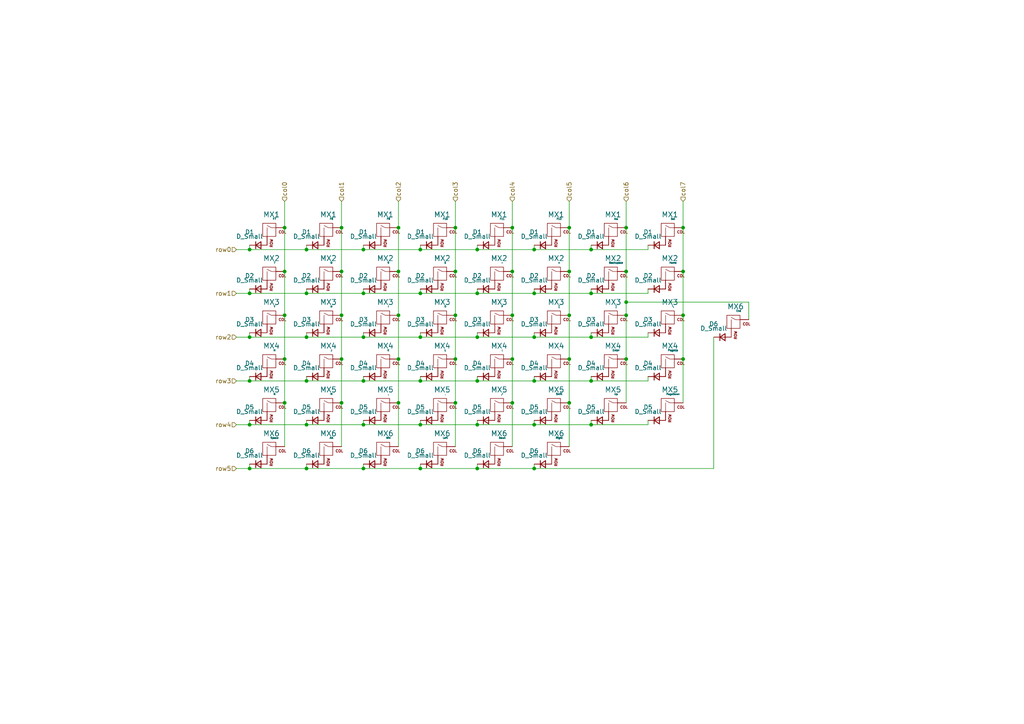
<source format=kicad_sch>
(kicad_sch (version 20230121) (generator eeschema)
  (paper "A4")
  (lib_symbols
    (symbol "Device:D_Small" (pin_numbers hide) (pin_names (offset 0.254) hide)
      (property "Reference" "D" (at -1.27 2.032 0))
      (property "Value" "D_Small" (at -3.81 -2.032 0))
      (symbol "D_Small_0_1"
        (polyline (pts (xy -0.762 -1.016) (xy -0.762 1.016)) (stroke (width 0.254)))
        (polyline (pts (xy -0.762 0) (xy 0.762 0)))
        (polyline (pts (xy 0.762 -1.016) (xy -0.762 0) (xy 0.762 1.016) (xy 0.762 -1.016)) (stroke (width 0.254)))
      )
      (symbol "D_Small_1_1"
        (pin passive line (at -2.54 0 0) (length 1.778) (name "K") (number "1"))
        (pin passive line (at 2.54 0 180) (length 1.778) (name "A") (number "2"))
      )
    )
    (symbol "MX_Alps_Hybrid:MX-NoLED" (pin_names (offset 1.016))
      (property "Reference" "MX" (at -0.635 3.81 0))
      (property "Value" "MX-NoLED" (at -0.635 1.27 0))
      (symbol "MX-NoLED_0_0"
        (rectangle (start -2.54 2.54) (end 1.27 -1.27))
        (polyline (pts (xy -1.27 -1.27) (xy -1.27 1.27)) (stroke (width 0.127)))
        (polyline (pts (xy 1.27 1.27) (xy 0 1.27) (xy -1.27 1.905)) (stroke (width 0.127)))
        (text "COL" (at 3.175 0 0) (effects (font (size 0.762 0.762))))
        (text "ROW" (at 0 -1.905 900) (effects (font (size 0.762 0.762)) (justify right)))
      )
      (symbol "MX-NoLED_1_1"
        (pin passive line (at 3.81 1.27 180) (length 2.54) (name "COL") (number "1"))
        (pin passive line (at -1.27 -3.81 90) (length 2.54) (name "ROW") (number "2"))
      )
    )
  )
  (junction (at 88.9 110.49))
  (junction (at 105.41 123.19))
  (junction (at 121.92 85.09))
  (junction (at 105.41 97.79))
  (junction (at 88.9 85.09))
  (junction (at 72.39 97.79))
  (junction (at 121.92 135.89))
  (junction (at 198.12 104.14))
  (junction (at 171.45 72.39))
  (junction (at 181.61 66.04))
  (junction (at 181.61 78.74))
  (junction (at 148.59 116.84))
  (junction (at 88.9 97.79))
  (junction (at 138.43 110.49))
  (junction (at 115.57 116.84))
  (junction (at 105.41 72.39))
  (junction (at 132.08 66.04))
  (junction (at 72.39 110.49))
  (junction (at 138.43 135.89))
  (junction (at 121.92 110.49))
  (junction (at 99.06 78.74))
  (junction (at 115.57 104.14))
  (junction (at 171.45 85.09))
  (junction (at 181.61 104.14))
  (junction (at 165.1 78.74))
  (junction (at 82.55 104.14))
  (junction (at 138.43 123.19))
  (junction (at 88.9 135.89))
  (junction (at 171.45 110.49))
  (junction (at 99.06 104.14))
  (junction (at 171.45 123.19))
  (junction (at 115.57 78.74))
  (junction (at 105.41 135.89))
  (junction (at 138.43 72.39))
  (junction (at 154.94 72.39))
  (junction (at 72.39 85.09))
  (junction (at 99.06 91.44))
  (junction (at 148.59 91.44))
  (junction (at 82.55 66.04))
  (junction (at 105.41 110.49))
  (junction (at 72.39 123.19))
  (junction (at 88.9 72.39))
  (junction (at 181.61 91.44))
  (junction (at 138.43 97.79))
  (junction (at 132.08 116.84))
  (junction (at 154.94 97.79))
  (junction (at 121.92 123.19))
  (junction (at 154.94 123.19))
  (junction (at 105.41 85.09))
  (junction (at 72.39 135.89))
  (junction (at 181.61 87.63))
  (junction (at 198.12 66.04))
  (junction (at 154.94 85.09))
  (junction (at 154.94 110.49))
  (junction (at 154.94 135.89))
  (junction (at 132.08 91.44))
  (junction (at 82.55 116.84))
  (junction (at 148.59 66.04))
  (junction (at 88.9 123.19))
  (junction (at 198.12 78.74))
  (junction (at 121.92 97.79))
  (junction (at 148.59 78.74))
  (junction (at 82.55 91.44))
  (junction (at 121.92 72.39))
  (junction (at 148.59 104.14))
  (junction (at 165.1 91.44))
  (junction (at 132.08 78.74))
  (junction (at 115.57 66.04))
  (junction (at 165.1 66.04))
  (junction (at 132.08 104.14))
  (junction (at 72.39 72.39))
  (junction (at 165.1 104.14))
  (junction (at 99.06 66.04))
  (junction (at 115.57 91.44))
  (junction (at 99.06 116.84))
  (junction (at 138.43 85.09))
  (junction (at 198.12 91.44))
  (junction (at 171.45 97.79))
  (junction (at 82.55 78.74))
  (junction (at 165.1 116.84))
  (wire (pts (xy 165.1 91.44) (xy 165.1 104.14)))
  (wire (pts (xy 88.9 109.22) (xy 88.9 110.49)))
  (wire (pts (xy 121.92 121.92) (xy 121.92 123.19)))
  (wire (pts (xy 181.61 58.42) (xy 181.61 66.04)))
  (wire (pts (xy 99.06 104.14) (xy 99.06 116.84)))
  (wire (pts (xy 99.06 91.44) (xy 99.06 104.14)))
  (wire (pts (xy 115.57 58.42) (xy 115.57 66.04)))
  (wire (pts (xy 105.41 71.12) (xy 105.41 72.39)))
  (wire (pts (xy 181.61 66.04) (xy 181.61 78.74)))
  (wire (pts (xy 82.55 66.04) (xy 82.55 78.74)))
  (wire (pts (xy 88.9 96.52) (xy 88.9 97.79)))
  (wire (pts (xy 82.55 58.42) (xy 82.55 66.04)))
  (wire (pts (xy 121.92 123.19) (xy 138.43 123.19)))
  (wire (pts (xy 115.57 66.04) (xy 115.57 78.74)))
  (wire (pts (xy 105.41 83.82) (xy 105.41 85.09)))
  (wire (pts (xy 72.39 135.89) (xy 88.9 135.89)))
  (wire (pts (xy 105.41 135.89) (xy 121.92 135.89)))
  (wire (pts (xy 187.96 83.82) (xy 187.96 85.09)))
  (wire (pts (xy 132.08 116.84) (xy 132.08 129.54)))
  (wire (pts (xy 148.59 116.84) (xy 148.59 129.54)))
  (wire (pts (xy 68.58 110.49) (xy 72.39 110.49)))
  (wire (pts (xy 132.08 58.42) (xy 132.08 66.04)))
  (wire (pts (xy 88.9 110.49) (xy 105.41 110.49)))
  (wire (pts (xy 68.58 123.19) (xy 72.39 123.19)))
  (wire (pts (xy 121.92 135.89) (xy 138.43 135.89)))
  (wire (pts (xy 105.41 110.49) (xy 121.92 110.49)))
  (wire (pts (xy 171.45 83.82) (xy 171.45 85.09)))
  (wire (pts (xy 154.94 83.82) (xy 154.94 85.09)))
  (wire (pts (xy 121.92 97.79) (xy 138.43 97.79)))
  (wire (pts (xy 72.39 96.52) (xy 72.39 97.79)))
  (wire (pts (xy 72.39 109.22) (xy 72.39 110.49)))
  (wire (pts (xy 165.1 66.04) (xy 165.1 78.74)))
  (wire (pts (xy 181.61 87.63) (xy 217.17 87.63)))
  (wire (pts (xy 181.61 91.44) (xy 181.61 104.14)))
  (wire (pts (xy 171.45 71.12) (xy 171.45 72.39)))
  (wire (pts (xy 154.94 121.92) (xy 154.94 123.19)))
  (wire (pts (xy 72.39 71.12) (xy 72.39 72.39)))
  (wire (pts (xy 187.96 109.22) (xy 187.96 110.49)))
  (wire (pts (xy 88.9 135.89) (xy 105.41 135.89)))
  (wire (pts (xy 154.94 72.39) (xy 171.45 72.39)))
  (wire (pts (xy 187.96 121.92) (xy 187.96 123.19)))
  (wire (pts (xy 187.96 71.12) (xy 187.96 72.39)))
  (wire (pts (xy 171.45 109.22) (xy 171.45 110.49)))
  (wire (pts (xy 154.94 97.79) (xy 171.45 97.79)))
  (wire (pts (xy 198.12 58.42) (xy 198.12 66.04)))
  (wire (pts (xy 171.45 123.19) (xy 187.96 123.19)))
  (wire (pts (xy 138.43 97.79) (xy 154.94 97.79)))
  (wire (pts (xy 181.61 104.14) (xy 181.61 116.84)))
  (wire (pts (xy 154.94 71.12) (xy 154.94 72.39)))
  (wire (pts (xy 105.41 96.52) (xy 105.41 97.79)))
  (wire (pts (xy 148.59 66.04) (xy 148.59 78.74)))
  (wire (pts (xy 99.06 78.74) (xy 99.06 91.44)))
  (wire (pts (xy 105.41 134.62) (xy 105.41 135.89)))
  (wire (pts (xy 115.57 78.74) (xy 115.57 91.44)))
  (wire (pts (xy 121.92 72.39) (xy 138.43 72.39)))
  (wire (pts (xy 198.12 104.14) (xy 198.12 116.84)))
  (wire (pts (xy 105.41 109.22) (xy 105.41 110.49)))
  (wire (pts (xy 217.17 87.63) (xy 217.17 92.71)))
  (wire (pts (xy 72.39 123.19) (xy 88.9 123.19)))
  (wire (pts (xy 132.08 91.44) (xy 132.08 104.14)))
  (wire (pts (xy 154.94 85.09) (xy 171.45 85.09)))
  (wire (pts (xy 72.39 97.79) (xy 88.9 97.79)))
  (wire (pts (xy 154.94 96.52) (xy 154.94 97.79)))
  (wire (pts (xy 198.12 78.74) (xy 198.12 91.44)))
  (wire (pts (xy 88.9 134.62) (xy 88.9 135.89)))
  (wire (pts (xy 88.9 85.09) (xy 105.41 85.09)))
  (wire (pts (xy 99.06 58.42) (xy 99.06 66.04)))
  (wire (pts (xy 138.43 72.39) (xy 154.94 72.39)))
  (wire (pts (xy 132.08 104.14) (xy 132.08 116.84)))
  (wire (pts (xy 115.57 116.84) (xy 115.57 129.54)))
  (wire (pts (xy 82.55 78.74) (xy 82.55 91.44)))
  (wire (pts (xy 72.39 72.39) (xy 88.9 72.39)))
  (wire (pts (xy 82.55 91.44) (xy 82.55 104.14)))
  (wire (pts (xy 207.01 97.79) (xy 207.01 135.89)))
  (wire (pts (xy 72.39 85.09) (xy 88.9 85.09)))
  (wire (pts (xy 148.59 104.14) (xy 148.59 116.84)))
  (wire (pts (xy 88.9 123.19) (xy 105.41 123.19)))
  (wire (pts (xy 88.9 121.92) (xy 88.9 123.19)))
  (wire (pts (xy 198.12 66.04) (xy 198.12 78.74)))
  (wire (pts (xy 68.58 97.79) (xy 72.39 97.79)))
  (wire (pts (xy 82.55 104.14) (xy 82.55 116.84)))
  (wire (pts (xy 88.9 71.12) (xy 88.9 72.39)))
  (wire (pts (xy 99.06 116.84) (xy 99.06 129.54)))
  (wire (pts (xy 138.43 71.12) (xy 138.43 72.39)))
  (wire (pts (xy 121.92 109.22) (xy 121.92 110.49)))
  (wire (pts (xy 88.9 72.39) (xy 105.41 72.39)))
  (wire (pts (xy 171.45 72.39) (xy 187.96 72.39)))
  (wire (pts (xy 171.45 96.52) (xy 171.45 97.79)))
  (wire (pts (xy 72.39 121.92) (xy 72.39 123.19)))
  (wire (pts (xy 181.61 78.74) (xy 181.61 87.63)))
  (wire (pts (xy 138.43 135.89) (xy 154.94 135.89)))
  (wire (pts (xy 68.58 135.89) (xy 72.39 135.89)))
  (wire (pts (xy 138.43 123.19) (xy 154.94 123.19)))
  (wire (pts (xy 165.1 104.14) (xy 165.1 116.84)))
  (wire (pts (xy 72.39 134.62) (xy 72.39 135.89)))
  (wire (pts (xy 121.92 85.09) (xy 138.43 85.09)))
  (wire (pts (xy 148.59 78.74) (xy 148.59 91.44)))
  (wire (pts (xy 154.94 123.19) (xy 171.45 123.19)))
  (wire (pts (xy 105.41 121.92) (xy 105.41 123.19)))
  (wire (pts (xy 171.45 97.79) (xy 187.96 97.79)))
  (wire (pts (xy 121.92 110.49) (xy 138.43 110.49)))
  (wire (pts (xy 138.43 83.82) (xy 138.43 85.09)))
  (wire (pts (xy 154.94 109.22) (xy 154.94 110.49)))
  (wire (pts (xy 115.57 91.44) (xy 115.57 104.14)))
  (wire (pts (xy 165.1 78.74) (xy 165.1 91.44)))
  (wire (pts (xy 68.58 85.09) (xy 72.39 85.09)))
  (wire (pts (xy 115.57 104.14) (xy 115.57 116.84)))
  (wire (pts (xy 105.41 72.39) (xy 121.92 72.39)))
  (wire (pts (xy 138.43 110.49) (xy 154.94 110.49)))
  (wire (pts (xy 181.61 87.63) (xy 181.61 91.44)))
  (wire (pts (xy 138.43 85.09) (xy 154.94 85.09)))
  (wire (pts (xy 154.94 134.62) (xy 154.94 135.89)))
  (wire (pts (xy 148.59 91.44) (xy 148.59 104.14)))
  (wire (pts (xy 68.58 72.39) (xy 72.39 72.39)))
  (wire (pts (xy 138.43 96.52) (xy 138.43 97.79)))
  (wire (pts (xy 154.94 110.49) (xy 171.45 110.49)))
  (wire (pts (xy 88.9 97.79) (xy 105.41 97.79)))
  (wire (pts (xy 72.39 83.82) (xy 72.39 85.09)))
  (wire (pts (xy 121.92 83.82) (xy 121.92 85.09)))
  (wire (pts (xy 72.39 110.49) (xy 88.9 110.49)))
  (wire (pts (xy 207.01 135.89) (xy 154.94 135.89)))
  (wire (pts (xy 165.1 116.84) (xy 165.1 129.54)))
  (wire (pts (xy 105.41 85.09) (xy 121.92 85.09)))
  (wire (pts (xy 138.43 121.92) (xy 138.43 123.19)))
  (wire (pts (xy 138.43 134.62) (xy 138.43 135.89)))
  (wire (pts (xy 165.1 58.42) (xy 165.1 66.04)))
  (wire (pts (xy 99.06 66.04) (xy 99.06 78.74)))
  (wire (pts (xy 121.92 134.62) (xy 121.92 135.89)))
  (wire (pts (xy 171.45 85.09) (xy 187.96 85.09)))
  (wire (pts (xy 171.45 110.49) (xy 187.96 110.49)))
  (wire (pts (xy 105.41 123.19) (xy 121.92 123.19)))
  (wire (pts (xy 82.55 116.84) (xy 82.55 129.54)))
  (wire (pts (xy 132.08 78.74) (xy 132.08 91.44)))
  (wire (pts (xy 198.12 91.44) (xy 198.12 104.14)))
  (wire (pts (xy 138.43 109.22) (xy 138.43 110.49)))
  (wire (pts (xy 121.92 71.12) (xy 121.92 72.39)))
  (wire (pts (xy 105.41 97.79) (xy 121.92 97.79)))
  (wire (pts (xy 187.96 96.52) (xy 187.96 97.79)))
  (wire (pts (xy 88.9 83.82) (xy 88.9 85.09)))
  (wire (pts (xy 132.08 66.04) (xy 132.08 78.74)))
  (wire (pts (xy 171.45 121.92) (xy 171.45 123.19)))
  (wire (pts (xy 121.92 96.52) (xy 121.92 97.79)))
  (wire (pts (xy 148.59 58.42) (xy 148.59 66.04)))
  (hierarchical_label "row3" (shape input) (at 68.58 110.49 180))
  (hierarchical_label "row1" (shape input) (at 68.58 85.09 180))
  (hierarchical_label "row2" (shape input) (at 68.58 97.79 180))
  (hierarchical_label "col1" (shape input) (at 99.06 58.42 90))
  (hierarchical_label "col6" (shape input) (at 181.61 58.42 90))
  (hierarchical_label "col0" (shape input) (at 82.55 58.42 90))
  (hierarchical_label "col7" (shape input) (at 198.12 58.42 90))
  (hierarchical_label "col5" (shape input) (at 165.1 58.42 90))
  (hierarchical_label "row0" (shape input) (at 68.58 72.39 180))
  (hierarchical_label "col2" (shape input) (at 115.57 58.42 90))
  (hierarchical_label "col4" (shape input) (at 148.59 58.42 90))
  (hierarchical_label "col3" (shape input) (at 132.08 58.42 90))
  (hierarchical_label "row5" (shape input) (at 68.58 135.89 180))
  (hierarchical_label "row4" (shape input) (at 68.58 123.19 180))
  (symbol (lib_id "Device:D_Small") (at 124.46 109.22 0) (unit 1)
    (property "Reference" "D4" (at 121.92 105.41 0))
    (property "Value" "D_Small" (at 121.92 106.68 0))
    (property "Footprint" "Diode_SMD:D_SOD-123" (effects hide))
    (property "Sim.Device" "D" (effects hide))
    (property "Sim.Pins" "1=K 2=A" (effects hide))
    (instances (project "split-kb" (path "" (reference "D4") (unit 1)) (path "" (reference "D83") (unit 1))))
  )
  (symbol (lib_id "Device:D_Small") (at 190.5 83.82 0) (unit 1)
    (property "Reference" "D2" (at 187.96 80.01 0))
    (property "Value" "D_Small" (at 187.96 81.28 0))
    (property "Footprint" "Diode_SMD:D_SOD-123" (effects hide))
    (property "Sim.Device" "D" (effects hide))
    (property "Sim.Pins" "1=K 2=A" (effects hide))
    (instances (project "split-kb" (path "" (reference "D2") (unit 1)) (path "" (reference "D104") (unit 1))))
  )
  (symbol (lib_id "Device:D_Small") (at 157.48 134.62 0) (unit 1)
    (property "Reference" "D6" (at 154.94 130.81 0))
    (property "Value" "D_Small" (at 154.94 132.08 0))
    (property "Footprint" "Diode_SMD:D_SOD-123" (effects hide))
    (property "Sim.Device" "D" (effects hide))
    (property "Sim.Pins" "1=K 2=A" (effects hide))
    (instances (project "split-kb" (path "" (reference "D6") (unit 1)) (path "" (reference "D97") (unit 1))))
  )
  (symbol (lib_id "Device:D_Small") (at 124.46 71.12 0) (unit 1)
    (property "Reference" "D1" (at 121.92 67.31 0))
    (property "Value" "D_Small" (at 121.92 68.58 0))
    (property "Footprint" "Diode_SMD:D_SOD-123" (effects hide))
    (property "Sim.Device" "D" (effects hide))
    (property "Sim.Pins" "1=K 2=A" (effects hide))
    (instances (project "split-kb" (path "" (reference "D1") (unit 1)) (path "" (reference "D80") (unit 1))))
  )
  (symbol (lib_id "MX_Alps_Hybrid:MX-NoLED") (at 111.76 130.81 0) (unit 1)
    (property "Reference" "MX6" (at 111.76 125.73 0) (effects (font (size 1.524 1.524))))
    (property "Value" "Win" (at 112.6432 127 0) (effects (font (size 0.508 0.508))))
    (property "Footprint" "custom-footprints:Custom_SW_Cherry_MX_1.25u_PCB" (effects hide))
    (instances (project "split-kb" (path "" (reference "MX6") (unit 1)) (path "" (reference "MX76") (unit 1))))
  )
  (symbol (lib_id "MX_Alps_Hybrid:MX-NoLED") (at 95.25 80.01 0) (unit 1)
    (property "Reference" "MX2" (at 95.25 74.93 0) (effects (font (size 1.524 1.524))))
    (property "Value" "8" (at 96.1332 76.2 0) (effects (font (size 0.508 0.508))))
    (property "Footprint" "custom-footprints:Custom_SW_Cherry_MX_1.00u_PCB" (effects hide))
    (instances (project "split-kb" (path "" (reference "MX2") (unit 1)) (path "" (reference "MX66") (unit 1))))
  )
  (symbol (lib_id "Device:D_Small") (at 140.97 83.82 0) (unit 1)
    (property "Reference" "D2" (at 138.43 80.01 0))
    (property "Value" "D_Small" (at 138.43 81.28 0))
    (property "Footprint" "Diode_SMD:D_SOD-123" (effects hide))
    (property "Sim.Device" "D" (effects hide))
    (property "Sim.Pins" "1=K 2=A" (effects hide))
    (instances (project "split-kb" (path "" (reference "D2") (unit 1)) (path "" (reference "D87") (unit 1))))
  )
  (symbol (lib_id "MX_Alps_Hybrid:MX-NoLED") (at 194.31 92.71 0) (unit 1)
    (property "Reference" "MX3" (at 194.31 87.63 0) (effects (font (size 1.524 1.524))))
    (property "Value" "\\" (at 195.1932 88.9 0) (effects (font (size 0.508 0.508))))
    (property "Footprint" "custom-footprints:Custom_SW_Cherry_MX_1.50u_PCB" (effects hide))
    (instances (project "split-kb" (path "" (reference "MX3") (unit 1)) (path "" (reference "MX102") (unit 1))))
  )
  (symbol (lib_id "MX_Alps_Hybrid:MX-NoLED") (at 95.25 130.81 0) (unit 1)
    (property "Reference" "MX6" (at 95.25 125.73 0) (effects (font (size 1.524 1.524))))
    (property "Value" "Alt" (at 96.1332 127 0) (effects (font (size 0.508 0.508))))
    (property "Footprint" "custom-footprints:Custom_SW_Cherry_MX_1.25u_PCB" (effects hide))
    (instances (project "split-kb" (path "" (reference "MX6") (unit 1)) (path "" (reference "MX70") (unit 1))))
  )
  (symbol (lib_id "MX_Alps_Hybrid:MX-NoLED") (at 95.25 105.41 0) (unit 1)
    (property "Reference" "MX4" (at 95.25 100.33 0) (effects (font (size 1.524 1.524))))
    (property "Value" "J" (at 96.1332 101.6 0) (effects (font (size 0.508 0.508))))
    (property "Footprint" "custom-footprints:Custom_SW_Cherry_MX_1.00u_PCB" (effects hide))
    (instances (project "split-kb" (path "" (reference "MX4") (unit 1)) (path "" (reference "MX68") (unit 1))))
  )
  (symbol (lib_id "MX_Alps_Hybrid:MX-NoLED") (at 144.78 118.11 0) (unit 1)
    (property "Reference" "MX5" (at 144.78 113.03 0) (effects (font (size 1.524 1.524))))
    (property "Value" "/" (at 145.6632 114.3 0) (effects (font (size 0.508 0.508))))
    (property "Footprint" "custom-footprints:Custom_SW_Cherry_MX_1.00u_PCB" (effects hide))
    (instances (project "split-kb" (path "" (reference "MX5") (unit 1)) (path "" (reference "MX87") (unit 1))))
  )
  (symbol (lib_id "MX_Alps_Hybrid:MX-NoLED") (at 111.76 118.11 0) (unit 1)
    (property "Reference" "MX5" (at 111.76 113.03 0) (effects (font (size 1.524 1.524))))
    (property "Value" "," (at 112.6432 114.3 0) (effects (font (size 0.508 0.508))))
    (property "Footprint" "custom-footprints:Custom_SW_Cherry_MX_1.00u_PCB" (effects hide))
    (instances (project "split-kb" (path "" (reference "MX5") (unit 1)) (path "" (reference "MX75") (unit 1))))
  )
  (symbol (lib_id "MX_Alps_Hybrid:MX-NoLED") (at 111.76 92.71 0) (unit 1)
    (property "Reference" "MX3" (at 111.76 87.63 0) (effects (font (size 1.524 1.524))))
    (property "Value" "I" (at 112.6432 88.9 0) (effects (font (size 0.508 0.508))))
    (property "Footprint" "custom-footprints:Custom_SW_Cherry_MX_1.00u_PCB" (effects hide))
    (instances (project "split-kb" (path "" (reference "MX3") (unit 1)) (path "" (reference "MX73") (unit 1))))
  )
  (symbol (lib_id "MX_Alps_Hybrid:MX-NoLED") (at 177.8 80.01 0) (unit 1)
    (property "Reference" "MX2" (at 177.8 74.93 0) (effects (font (size 1.524 1.524))))
    (property "Value" "Backspace" (at 178.6832 76.2 0) (effects (font (size 0.508 0.508))))
    (property "Footprint" "custom-footprints:Custom_SW_Cherry_MX_2.00u_PCB" (effects hide))
    (instances (project "split-kb" (path "" (reference "MX2") (unit 1)) (path "" (reference "MX96") (unit 1))))
  )
  (symbol (lib_id "Device:D_Small") (at 107.95 121.92 0) (unit 1)
    (property "Reference" "D5" (at 105.41 118.11 0))
    (property "Value" "D_Small" (at 105.41 119.38 0))
    (property "Footprint" "Diode_SMD:D_SOD-123" (effects hide))
    (property "Sim.Device" "D" (effects hide))
    (property "Sim.Pins" "1=K 2=A" (effects hide))
    (instances (project "split-kb" (path "" (reference "D5") (unit 1)) (path "" (reference "D78") (unit 1))))
  )
  (symbol (lib_id "MX_Alps_Hybrid:MX-NoLED") (at 78.74 118.11 0) (unit 1)
    (property "Reference" "MX5" (at 78.74 113.03 0) (effects (font (size 1.524 1.524))))
    (property "Value" "N" (at 79.6232 114.3 0) (effects (font (size 0.508 0.508))))
    (property "Footprint" "custom-footprints:Custom_SW_Cherry_MX_1.00u_PCB" (effects hide))
    (instances (project "split-kb" (path "" (reference "MX5") (unit 1)) (path "" (reference "MX63") (unit 1))))
  )
  (symbol (lib_id "MX_Alps_Hybrid:MX-NoLED") (at 128.27 105.41 0) (unit 1)
    (property "Reference" "MX4" (at 128.27 100.33 0) (effects (font (size 1.524 1.524))))
    (property "Value" "L" (at 129.1532 101.6 0) (effects (font (size 0.508 0.508))))
    (property "Footprint" "custom-footprints:Custom_SW_Cherry_MX_1.00u_PCB" (effects hide))
    (instances (project "split-kb" (path "" (reference "MX4") (unit 1)) (path "" (reference "MX80") (unit 1))))
  )
  (symbol (lib_id "MX_Alps_Hybrid:MX-NoLED") (at 194.31 80.01 0) (unit 1)
    (property "Reference" "MX2" (at 194.31 74.93 0) (effects (font (size 1.524 1.524))))
    (property "Value" "Home" (at 195.1932 76.2 0) (effects (font (size 0.508 0.508))))
    (property "Footprint" "custom-footprints:Custom_SW_Cherry_MX_1.00u_PCB" (effects hide))
    (instances (project "split-kb" (path "" (reference "MX2") (unit 1)) (path "" (reference "MX101") (unit 1))))
  )
  (symbol (lib_id "Device:D_Small") (at 107.95 134.62 0) (unit 1)
    (property "Reference" "D6" (at 105.41 130.81 0))
    (property "Value" "D_Small" (at 105.41 132.08 0))
    (property "Footprint" "Diode_SMD:D_SOD-123" (effects hide))
    (property "Sim.Device" "D" (effects hide))
    (property "Sim.Pins" "1=K 2=A" (effects hide))
    (instances (project "split-kb" (path "" (reference "D6") (unit 1)) (path "" (reference "D79") (unit 1))))
  )
  (symbol (lib_id "MX_Alps_Hybrid:MX-NoLED") (at 128.27 130.81 0) (unit 1)
    (property "Reference" "MX6" (at 128.27 125.73 0) (effects (font (size 1.524 1.524))))
    (property "Value" "Left" (at 129.1532 127 0) (effects (font (size 0.508 0.508))))
    (property "Footprint" "custom-footprints:Custom_SW_Cherry_MX_1.00u_PCB" (effects hide))
    (instances (project "split-kb" (path "" (reference "MX6") (unit 1)) (path "" (reference "MX82") (unit 1))))
  )
  (symbol (lib_id "MX_Alps_Hybrid:MX-NoLED") (at 144.78 92.71 0) (unit 1)
    (property "Reference" "MX3" (at 144.78 87.63 0) (effects (font (size 1.524 1.524))))
    (property "Value" "P" (at 145.6632 88.9 0) (effects (font (size 0.508 0.508))))
    (property "Footprint" "custom-footprints:Custom_SW_Cherry_MX_1.00u_PCB" (effects hide))
    (instances (project "split-kb" (path "" (reference "MX3") (unit 1)) (path "" (reference "MX85") (unit 1))))
  )
  (symbol (lib_id "MX_Alps_Hybrid:MX-NoLED") (at 177.8 118.11 0) (unit 1)
    (property "Reference" "MX5" (at 177.8 113.03 0) (effects (font (size 1.524 1.524))))
    (property "Value" "Up" (at 178.6832 114.3 0) (effects (font (size 0.508 0.508))))
    (property "Footprint" "custom-footprints:Custom_SW_Cherry_MX_1.00u_PCB" (effects hide))
    (instances (project "split-kb" (path "" (reference "MX5") (unit 1)) (path "" (reference "MX99") (unit 1))))
  )
  (symbol (lib_id "Device:D_Small") (at 173.99 109.22 0) (unit 1)
    (property "Reference" "D4" (at 171.45 105.41 0))
    (property "Value" "D_Small" (at 171.45 106.68 0))
    (property "Footprint" "Diode_SMD:D_SOD-123" (effects hide))
    (property "Sim.Device" "D" (effects hide))
    (property "Sim.Pins" "1=K 2=A" (effects hide))
    (instances (project "split-kb" (path "" (reference "D4") (unit 1)) (path "" (reference "D101") (unit 1))))
  )
  (symbol (lib_id "MX_Alps_Hybrid:MX-NoLED") (at 128.27 80.01 0) (unit 1)
    (property "Reference" "MX2" (at 128.27 74.93 0) (effects (font (size 1.524 1.524))))
    (property "Value" "0" (at 129.1532 76.2 0) (effects (font (size 0.508 0.508))))
    (property "Footprint" "custom-footprints:Custom_SW_Cherry_MX_1.00u_PCB" (effects hide))
    (instances (project "split-kb" (path "" (reference "MX2") (unit 1)) (path "" (reference "MX78") (unit 1))))
  )
  (symbol (lib_id "Device:D_Small") (at 91.44 71.12 0) (unit 1)
    (property "Reference" "D1" (at 88.9 67.31 0))
    (property "Value" "D_Small" (at 88.9 68.58 0))
    (property "Footprint" "Diode_SMD:D_SOD-123" (effects hide))
    (property "Sim.Device" "D" (effects hide))
    (property "Sim.Pins" "1=K 2=A" (effects hide))
    (instances (project "split-kb" (path "" (reference "D1") (unit 1)) (path "" (reference "D68") (unit 1))))
  )
  (symbol (lib_id "Device:D_Small") (at 91.44 96.52 0) (unit 1)
    (property "Reference" "D3" (at 88.9 92.71 0))
    (property "Value" "D_Small" (at 88.9 93.98 0))
    (property "Footprint" "Diode_SMD:D_SOD-123" (effects hide))
    (property "Sim.Device" "D" (effects hide))
    (property "Sim.Pins" "1=K 2=A" (effects hide))
    (instances (project "split-kb" (path "" (reference "D3") (unit 1)) (path "" (reference "D70") (unit 1))))
  )
  (symbol (lib_id "MX_Alps_Hybrid:MX-NoLED") (at 144.78 105.41 0) (unit 1)
    (property "Reference" "MX4" (at 144.78 100.33 0) (effects (font (size 1.524 1.524))))
    (property "Value" ";" (at 145.6632 101.6 0) (effects (font (size 0.508 0.508))))
    (property "Footprint" "custom-footprints:Custom_SW_Cherry_MX_1.00u_PCB" (effects hide))
    (instances (project "split-kb" (path "" (reference "MX4") (unit 1)) (path "" (reference "MX86") (unit 1))))
  )
  (symbol (lib_id "Device:D_Small") (at 107.95 83.82 0) (unit 1)
    (property "Reference" "D2" (at 105.41 80.01 0))
    (property "Value" "D_Small" (at 105.41 81.28 0))
    (property "Footprint" "Diode_SMD:D_SOD-123" (effects hide))
    (property "Sim.Device" "D" (effects hide))
    (property "Sim.Pins" "1=K 2=A" (effects hide))
    (instances (project "split-kb" (path "" (reference "D2") (unit 1)) (path "" (reference "D75") (unit 1))))
  )
  (symbol (lib_id "Device:D_Small") (at 173.99 121.92 0) (unit 1)
    (property "Reference" "D5" (at 171.45 118.11 0))
    (property "Value" "D_Small" (at 171.45 119.38 0))
    (property "Footprint" "Diode_SMD:D_SOD-123" (effects hide))
    (property "Sim.Device" "D" (effects hide))
    (property "Sim.Pins" "1=K 2=A" (effects hide))
    (instances (project "split-kb" (path "" (reference "D5") (unit 1)) (path "" (reference "D102") (unit 1))))
  )
  (symbol (lib_id "MX_Alps_Hybrid:MX-NoLED") (at 111.76 67.31 0) (unit 1)
    (property "Reference" "MX1" (at 111.76 62.23 0) (effects (font (size 1.524 1.524))))
    (property "Value" "F9" (at 112.6432 63.5 0) (effects (font (size 0.508 0.508))))
    (property "Footprint" "custom-footprints:Custom_SW_Cherry_MX_1.00u_PCB" (effects hide))
    (instances (project "split-kb" (path "" (reference "MX1") (unit 1)) (path "" (reference "MX71") (unit 1))))
  )
  (symbol (lib_id "MX_Alps_Hybrid:MX-NoLED") (at 161.29 80.01 0) (unit 1)
    (property "Reference" "MX2" (at 161.29 74.93 0) (effects (font (size 1.524 1.524))))
    (property "Value" "=" (at 162.1732 76.2 0) (effects (font (size 0.508 0.508))))
    (property "Footprint" "custom-footprints:Custom_SW_Cherry_MX_1.00u_PCB" (effects hide))
    (instances (project "split-kb" (path "" (reference "MX2") (unit 1)) (path "" (reference "MX90") (unit 1))))
  )
  (symbol (lib_id "MX_Alps_Hybrid:MX-NoLED") (at 161.29 67.31 0) (unit 1)
    (property "Reference" "MX1" (at 161.29 62.23 0) (effects (font (size 1.524 1.524))))
    (property "Value" "F12" (at 162.1732 63.5 0) (effects (font (size 0.508 0.508))))
    (property "Footprint" "custom-footprints:Custom_SW_Cherry_MX_1.00u_PCB" (effects hide))
    (instances (project "split-kb" (path "" (reference "MX1") (unit 1)) (path "" (reference "MX89") (unit 1))))
  )
  (symbol (lib_id "MX_Alps_Hybrid:MX-NoLED") (at 161.29 105.41 0) (unit 1)
    (property "Reference" "MX4" (at 161.29 100.33 0) (effects (font (size 1.524 1.524))))
    (property "Value" "'" (at 162.1732 101.6 0) (effects (font (size 0.508 0.508))))
    (property "Footprint" "custom-footprints:Custom_SW_Cherry_MX_1.00u_PCB" (effects hide))
    (instances (project "split-kb" (path "" (reference "MX4") (unit 1)) (path "" (reference "MX92") (unit 1))))
  )
  (symbol (lib_id "Device:D_Small") (at 124.46 83.82 0) (unit 1)
    (property "Reference" "D2" (at 121.92 80.01 0))
    (property "Value" "D_Small" (at 121.92 81.28 0))
    (property "Footprint" "Diode_SMD:D_SOD-123" (effects hide))
    (property "Sim.Device" "D" (effects hide))
    (property "Sim.Pins" "1=K 2=A" (effects hide))
    (instances (project "split-kb" (path "" (reference "D2") (unit 1)) (path "" (reference "D81") (unit 1))))
  )
  (symbol (lib_id "MX_Alps_Hybrid:MX-NoLED") (at 111.76 105.41 0) (unit 1)
    (property "Reference" "MX4" (at 111.76 100.33 0) (effects (font (size 1.524 1.524))))
    (property "Value" "K" (at 112.6432 101.6 0) (effects (font (size 0.508 0.508))))
    (property "Footprint" "custom-footprints:Custom_SW_Cherry_MX_1.00u_PCB" (effects hide))
    (instances (project "split-kb" (path "" (reference "MX4") (unit 1)) (path "" (reference "MX74") (unit 1))))
  )
  (symbol (lib_id "Device:D_Small") (at 190.5 121.92 0) (unit 1)
    (property "Reference" "D5" (at 187.96 118.11 0))
    (property "Value" "D_Small" (at 187.96 119.38 0))
    (property "Footprint" "Diode_SMD:D_SOD-123" (effects hide))
    (property "Sim.Device" "D" (effects hide))
    (property "Sim.Pins" "1=K 2=A" (effects hide))
    (instances (project "split-kb" (path "" (reference "D5") (unit 1)) (path "" (reference "D107") (unit 1))))
  )
  (symbol (lib_id "Device:D_Small") (at 157.48 109.22 0) (unit 1)
    (property "Reference" "D4" (at 154.94 105.41 0))
    (property "Value" "D_Small" (at 154.94 106.68 0))
    (property "Footprint" "Diode_SMD:D_SOD-123" (effects hide))
    (property "Sim.Device" "D" (effects hide))
    (property "Sim.Pins" "1=K 2=A" (effects hide))
    (instances (project "split-kb" (path "" (reference "D4") (unit 1)) (path "" (reference "D95") (unit 1))))
  )
  (symbol (lib_id "Device:D_Small") (at 190.5 96.52 0) (unit 1)
    (property "Reference" "D3" (at 187.96 92.71 0))
    (property "Value" "D_Small" (at 187.96 93.98 0))
    (property "Footprint" "Diode_SMD:D_SOD-123" (effects hide))
    (property "Sim.Device" "D" (effects hide))
    (property "Sim.Pins" "1=K 2=A" (effects hide))
    (instances (project "split-kb" (path "" (reference "D3") (unit 1)) (path "" (reference "D105") (unit 1))))
  )
  (symbol (lib_id "Device:D_Small") (at 173.99 71.12 0) (unit 1)
    (property "Reference" "D1" (at 171.45 67.31 0))
    (property "Value" "D_Small" (at 171.45 68.58 0))
    (property "Footprint" "Diode_SMD:D_SOD-123" (effects hide))
    (property "Sim.Device" "D" (effects hide))
    (property "Sim.Pins" "1=K 2=A" (effects hide))
    (instances (project "split-kb" (path "" (reference "D1") (unit 1)) (path "" (reference "D98") (unit 1))))
  )
  (symbol (lib_id "MX_Alps_Hybrid:MX-NoLED") (at 161.29 118.11 0) (unit 1)
    (property "Reference" "MX5" (at 161.29 113.03 0) (effects (font (size 1.524 1.524))))
    (property "Value" "Shift" (at 162.1732 114.3 0) (effects (font (size 0.508 0.508))))
    (property "Footprint" "custom-footprints:Custom_SW_Cherry_MX_1.75u_PCB" (effects hide))
    (instances (project "split-kb" (path "" (reference "MX5") (unit 1)) (path "" (reference "MX93") (unit 1))))
  )
  (symbol (lib_id "Device:D_Small") (at 74.93 71.12 0) (unit 1)
    (property "Reference" "D1" (at 72.39 67.31 0))
    (property "Value" "D_Small" (at 72.39 68.58 0))
    (property "Footprint" "Diode_SMD:D_SOD-123" (effects hide))
    (property "Sim.Device" "D" (effects hide))
    (property "Sim.Pins" "1=K 2=A" (effects hide))
    (instances (project "split-kb" (path "" (reference "D1") (unit 1)) (path "" (reference "D62") (unit 1))))
  )
  (symbol (lib_id "Device:D_Small") (at 209.55 97.79 0) (unit 1)
    (property "Reference" "D6" (at 207.01 93.98 0))
    (property "Value" "D_Small" (at 207.01 95.25 0))
    (property "Footprint" "Diode_SMD:D_SOD-123" (effects hide))
    (property "Sim.Device" "D" (effects hide))
    (property "Sim.Pins" "1=K 2=A" (effects hide))
    (instances (project "split-kb" (path "" (reference "D6") (unit 1)) (path "" (reference "D108") (unit 1))))
  )
  (symbol (lib_id "Device:D_Small") (at 140.97 109.22 0) (unit 1)
    (property "Reference" "D4" (at 138.43 105.41 0))
    (property "Value" "D_Small" (at 138.43 106.68 0))
    (property "Footprint" "Diode_SMD:D_SOD-123" (effects hide))
    (property "Sim.Device" "D" (effects hide))
    (property "Sim.Pins" "1=K 2=A" (effects hide))
    (instances (project "split-kb" (path "" (reference "D4") (unit 1)) (path "" (reference "D89") (unit 1))))
  )
  (symbol (lib_id "MX_Alps_Hybrid:MX-NoLED") (at 194.31 118.11 0) (unit 1)
    (property "Reference" "MX5" (at 194.31 113.03 0) (effects (font (size 1.524 1.524))))
    (property "Value" "PageDown" (at 195.1932 114.3 0) (effects (font (size 0.508 0.508))))
    (property "Footprint" "custom-footprints:Custom_SW_Cherry_MX_1.00u_PCB" (effects hide))
    (instances (project "split-kb" (path "" (reference "MX5") (unit 1)) (path "" (reference "MX104") (unit 1))))
  )
  (symbol (lib_id "Device:D_Small") (at 140.97 71.12 0) (unit 1)
    (property "Reference" "D1" (at 138.43 67.31 0))
    (property "Value" "D_Small" (at 138.43 68.58 0))
    (property "Footprint" "Diode_SMD:D_SOD-123" (effects hide))
    (property "Sim.Device" "D" (effects hide))
    (property "Sim.Pins" "1=K 2=A" (effects hide))
    (instances (project "split-kb" (path "" (reference "D1") (unit 1)) (path "" (reference "D86") (unit 1))))
  )
  (symbol (lib_id "Device:D_Small") (at 157.48 96.52 0) (unit 1)
    (property "Reference" "D3" (at 154.94 92.71 0))
    (property "Value" "D_Small" (at 154.94 93.98 0))
    (property "Footprint" "Diode_SMD:D_SOD-123" (effects hide))
    (property "Sim.Device" "D" (effects hide))
    (property "Sim.Pins" "1=K 2=A" (effects hide))
    (instances (project "split-kb" (path "" (reference "D3") (unit 1)) (path "" (reference "D94") (unit 1))))
  )
  (symbol (lib_id "Device:D_Small") (at 74.93 96.52 0) (unit 1)
    (property "Reference" "D3" (at 72.39 92.71 0))
    (property "Value" "D_Small" (at 72.39 93.98 0))
    (property "Footprint" "Diode_SMD:D_SOD-123" (effects hide))
    (property "Sim.Device" "D" (effects hide))
    (property "Sim.Pins" "1=K 2=A" (effects hide))
    (instances (project "split-kb" (path "" (reference "D3") (unit 1)) (path "" (reference "D64") (unit 1))))
  )
  (symbol (lib_id "Device:D_Small") (at 74.93 134.62 0) (unit 1)
    (property "Reference" "D6" (at 72.39 130.81 0))
    (property "Value" "D_Small" (at 72.39 132.08 0))
    (property "Footprint" "Diode_SMD:D_SOD-123" (effects hide))
    (property "Sim.Device" "D" (effects hide))
    (property "Sim.Pins" "1=K 2=A" (effects hide))
    (instances (project "split-kb" (path "" (reference "D6") (unit 1)) (path "" (reference "D67") (unit 1))))
  )
  (symbol (lib_id "MX_Alps_Hybrid:MX-NoLED") (at 144.78 80.01 0) (unit 1)
    (property "Reference" "MX2" (at 144.78 74.93 0) (effects (font (size 1.524 1.524))))
    (property "Value" "-" (at 145.6632 76.2 0) (effects (font (size 0.508 0.508))))
    (property "Footprint" "custom-footprints:Custom_SW_Cherry_MX_1.00u_PCB" (effects hide))
    (instances (project "split-kb" (path "" (reference "MX2") (unit 1)) (path "" (reference "MX84") (unit 1))))
  )
  (symbol (lib_id "MX_Alps_Hybrid:MX-NoLED") (at 144.78 67.31 0) (unit 1)
    (property "Reference" "MX1" (at 144.78 62.23 0) (effects (font (size 1.524 1.524))))
    (property "Value" "F11" (at 145.6632 63.5 0) (effects (font (size 0.508 0.508))))
    (property "Footprint" "custom-footprints:Custom_SW_Cherry_MX_1.00u_PCB" (effects hide))
    (instances (project "split-kb" (path "" (reference "MX1") (unit 1)) (path "" (reference "MX83") (unit 1))))
  )
  (symbol (lib_id "Device:D_Small") (at 107.95 109.22 0) (unit 1)
    (property "Reference" "D4" (at 105.41 105.41 0))
    (property "Value" "D_Small" (at 105.41 106.68 0))
    (property "Footprint" "Diode_SMD:D_SOD-123" (effects hide))
    (property "Sim.Device" "D" (effects hide))
    (property "Sim.Pins" "1=K 2=A" (effects hide))
    (instances (project "split-kb" (path "" (reference "D4") (unit 1)) (path "" (reference "D77") (unit 1))))
  )
  (symbol (lib_id "Device:D_Small") (at 107.95 71.12 0) (unit 1)
    (property "Reference" "D1" (at 105.41 67.31 0))
    (property "Value" "D_Small" (at 105.41 68.58 0))
    (property "Footprint" "Diode_SMD:D_SOD-123" (effects hide))
    (property "Sim.Device" "D" (effects hide))
    (property "Sim.Pins" "1=K 2=A" (effects hide))
    (instances (project "split-kb" (path "" (reference "D1") (unit 1)) (path "" (reference "D74") (unit 1))))
  )
  (symbol (lib_id "MX_Alps_Hybrid:MX-NoLED") (at 161.29 92.71 0) (unit 1)
    (property "Reference" "MX3" (at 161.29 87.63 0) (effects (font (size 1.524 1.524))))
    (property "Value" "[" (at 162.1732 88.9 0) (effects (font (size 0.508 0.508))))
    (property "Footprint" "custom-footprints:Custom_SW_Cherry_MX_1.00u_PCB" (effects hide))
    (instances (project "split-kb" (path "" (reference "MX3") (unit 1)) (path "" (reference "MX91") (unit 1))))
  )
  (symbol (lib_id "MX_Alps_Hybrid:MX-NoLED") (at 128.27 92.71 0) (unit 1)
    (property "Reference" "MX3" (at 128.27 87.63 0) (effects (font (size 1.524 1.524))))
    (property "Value" "O" (at 129.1532 88.9 0) (effects (font (size 0.508 0.508))))
    (property "Footprint" "custom-footprints:Custom_SW_Cherry_MX_1.00u_PCB" (effects hide))
    (instances (project "split-kb" (path "" (reference "MX3") (unit 1)) (path "" (reference "MX79") (unit 1))))
  )
  (symbol (lib_id "MX_Alps_Hybrid:MX-NoLED") (at 95.25 118.11 0) (unit 1)
    (property "Reference" "MX5" (at 95.25 113.03 0) (effects (font (size 1.524 1.524))))
    (property "Value" "M" (at 96.1332 114.3 0) (effects (font (size 0.508 0.508))))
    (property "Footprint" "custom-footprints:Custom_SW_Cherry_MX_1.00u_PCB" (effects hide))
    (instances (project "split-kb" (path "" (reference "MX5") (unit 1)) (path "" (reference "MX69") (unit 1))))
  )
  (symbol (lib_id "MX_Alps_Hybrid:MX-NoLED") (at 144.78 130.81 0) (unit 1)
    (property "Reference" "MX6" (at 144.78 125.73 0) (effects (font (size 1.524 1.524))))
    (property "Value" "Down" (at 145.6632 127 0) (effects (font (size 0.508 0.508))))
    (property "Footprint" "custom-footprints:Custom_SW_Cherry_MX_1.00u_PCB" (effects hide))
    (instances (project "split-kb" (path "" (reference "MX6") (unit 1)) (path "" (reference "MX88") (unit 1))))
  )
  (symbol (lib_id "MX_Alps_Hybrid:MX-NoLED") (at 177.8 105.41 0) (unit 1)
    (property "Reference" "MX4" (at 177.8 100.33 0) (effects (font (size 1.524 1.524))))
    (property "Value" "Enter" (at 178.6832 101.6 0) (effects (font (size 0.508 0.508))))
    (property "Footprint" "custom-footprints:Custom_SW_Cherry_MX_2.25u_PCB" (effects hide))
    (instances (project "split-kb" (path "" (reference "MX4") (unit 1)) (path "" (reference "MX98") (unit 1))))
  )
  (symbol (lib_id "MX_Alps_Hybrid:MX-NoLED") (at 194.31 105.41 0) (unit 1)
    (property "Reference" "MX4" (at 194.31 100.33 0) (effects (font (size 1.524 1.524))))
    (property "Value" "PageUp" (at 195.1932 101.6 0) (effects (font (size 0.508 0.508))))
    (property "Footprint" "custom-footprints:Custom_SW_Cherry_MX_1.00u_PCB" (effects hide))
    (instances (project "split-kb" (path "" (reference "MX4") (unit 1)) (path "" (reference "MX103") (unit 1))))
  )
  (symbol (lib_id "Device:D_Small") (at 124.46 96.52 0) (unit 1)
    (property "Reference" "D3" (at 121.92 92.71 0))
    (property "Value" "D_Small" (at 121.92 93.98 0))
    (property "Footprint" "Diode_SMD:D_SOD-123" (effects hide))
    (property "Sim.Device" "D" (effects hide))
    (property "Sim.Pins" "1=K 2=A" (effects hide))
    (instances (project "split-kb" (path "" (reference "D3") (unit 1)) (path "" (reference "D82") (unit 1))))
  )
  (symbol (lib_id "MX_Alps_Hybrid:MX-NoLED") (at 78.74 80.01 0) (unit 1)
    (property "Reference" "MX2" (at 78.74 74.93 0) (effects (font (size 1.524 1.524))))
    (property "Value" "7" (at 79.6232 76.2 0) (effects (font (size 0.508 0.508))))
    (property "Footprint" "custom-footprints:Custom_SW_Cherry_MX_1.00u_PCB" (effects hide))
    (instances (project "split-kb" (path "" (reference "MX2") (unit 1)) (path "" (reference "MX60") (unit 1))))
  )
  (symbol (lib_id "Device:D_Small") (at 124.46 134.62 0) (unit 1)
    (property "Reference" "D6" (at 121.92 130.81 0))
    (property "Value" "D_Small" (at 121.92 132.08 0))
    (property "Footprint" "Diode_SMD:D_SOD-123" (effects hide))
    (property "Sim.Device" "D" (effects hide))
    (property "Sim.Pins" "1=K 2=A" (effects hide))
    (instances (project "split-kb" (path "" (reference "D6") (unit 1)) (path "" (reference "D85") (unit 1))))
  )
  (symbol (lib_id "Device:D_Small") (at 74.93 109.22 0) (unit 1)
    (property "Reference" "D4" (at 72.39 105.41 0))
    (property "Value" "D_Small" (at 72.39 106.68 0))
    (property "Footprint" "Diode_SMD:D_SOD-123" (effects hide))
    (property "Sim.Device" "D" (effects hide))
    (property "Sim.Pins" "1=K 2=A" (effects hide))
    (instances (project "split-kb" (path "" (reference "D4") (unit 1)) (path "" (reference "D65") (unit 1))))
  )
  (symbol (lib_id "Device:D_Small") (at 190.5 71.12 0) (unit 1)
    (property "Reference" "D1" (at 187.96 67.31 0))
    (property "Value" "D_Small" (at 187.96 68.58 0))
    (property "Footprint" "Diode_SMD:D_SOD-123" (effects hide))
    (property "Sim.Device" "D" (effects hide))
    (property "Sim.Pins" "1=K 2=A" (effects hide))
    (instances (project "split-kb" (path "" (reference "D1") (unit 1)) (path "" (reference "D103") (unit 1))))
  )
  (symbol (lib_id "MX_Alps_Hybrid:MX-NoLED") (at 161.29 130.81 0) (unit 1)
    (property "Reference" "MX6" (at 161.29 125.73 0) (effects (font (size 1.524 1.524))))
    (property "Value" "Right" (at 162.1732 127 0) (effects (font (size 0.508 0.508))))
    (property "Footprint" "custom-footprints:Custom_SW_Cherry_MX_1.00u_PCB" (effects hide))
    (instances (project "split-kb" (path "" (reference "MX6") (unit 1)) (path "" (reference "MX94") (unit 1))))
  )
  (symbol (lib_id "Device:D_Small") (at 140.97 134.62 0) (unit 1)
    (property "Reference" "D6" (at 138.43 130.81 0))
    (property "Value" "D_Small" (at 138.43 132.08 0))
    (property "Footprint" "Diode_SMD:D_SOD-123" (effects hide))
    (property "Sim.Device" "D" (effects hide))
    (property "Sim.Pins" "1=K 2=A" (effects hide))
    (instances (project "split-kb" (path "" (reference "D6") (unit 1)) (path "" (reference "D91") (unit 1))))
  )
  (symbol (lib_id "MX_Alps_Hybrid:MX-NoLED") (at 128.27 118.11 0) (unit 1)
    (property "Reference" "MX5" (at 128.27 113.03 0) (effects (font (size 1.524 1.524))))
    (property "Value" "." (at 129.1532 114.3 0) (effects (font (size 0.508 0.508))))
    (property "Footprint" "custom-footprints:Custom_SW_Cherry_MX_1.00u_PCB" (effects hide))
    (instances (project "split-kb" (path "" (reference "MX5") (unit 1)) (path "" (reference "MX81") (unit 1))))
  )
  (symbol (lib_id "Device:D_Small") (at 157.48 121.92 0) (unit 1)
    (property "Reference" "D5" (at 154.94 118.11 0))
    (property "Value" "D_Small" (at 154.94 119.38 0))
    (property "Footprint" "Diode_SMD:D_SOD-123" (effects hide))
    (property "Sim.Device" "D" (effects hide))
    (property "Sim.Pins" "1=K 2=A" (effects hide))
    (instances (project "split-kb" (path "" (reference "D5") (unit 1)) (path "" (reference "D96") (unit 1))))
  )
  (symbol (lib_id "Device:D_Small") (at 91.44 121.92 0) (unit 1)
    (property "Reference" "D5" (at 88.9 118.11 0))
    (property "Value" "D_Small" (at 88.9 119.38 0))
    (property "Footprint" "Diode_SMD:D_SOD-123" (effects hide))
    (property "Sim.Device" "D" (effects hide))
    (property "Sim.Pins" "1=K 2=A" (effects hide))
    (instances (project "split-kb" (path "" (reference "D5") (unit 1)) (path "" (reference "D72") (unit 1))))
  )
  (symbol (lib_id "Device:D_Small") (at 74.93 83.82 0) (unit 1)
    (property "Reference" "D2" (at 72.39 80.01 0))
    (property "Value" "D_Small" (at 72.39 81.28 0))
    (property "Footprint" "Diode_SMD:D_SOD-123" (effects hide))
    (property "Sim.Device" "D" (effects hide))
    (property "Sim.Pins" "1=K 2=A" (effects hide))
    (instances (project "split-kb" (path "" (reference "D2") (unit 1)) (path "" (reference "D63") (unit 1))))
  )
  (symbol (lib_id "MX_Alps_Hybrid:MX-NoLED") (at 213.36 93.98 0) (unit 1)
    (property "Reference" "MX6" (at 213.36 88.9 0) (effects (font (size 1.524 1.524))))
    (property "Value" "End" (at 214.2432 90.17 0) (effects (font (size 0.508 0.508))))
    (property "Footprint" "custom-footprints:Custom_SW_Cherry_MX_1.00u_PCB" (effects hide))
    (instances (project "split-kb" (path "" (reference "MX6") (unit 1)) (path "" (reference "MX105") (unit 1))))
  )
  (symbol (lib_id "MX_Alps_Hybrid:MX-NoLED") (at 78.74 92.71 0) (unit 1)
    (property "Reference" "MX3" (at 78.74 87.63 0) (effects (font (size 1.524 1.524))))
    (property "Value" "Y" (at 79.6232 88.9 0) (effects (font (size 0.508 0.508))))
    (property "Footprint" "custom-footprints:Custom_SW_Cherry_MX_1.00u_PCB" (effects hide))
    (instances (project "split-kb" (path "" (reference "MX3") (unit 1)) (path "" (reference "MX61") (unit 1))))
  )
  (symbol (lib_id "Device:D_Small") (at 157.48 83.82 0) (unit 1)
    (property "Reference" "D2" (at 154.94 80.01 0))
    (property "Value" "D_Small" (at 154.94 81.28 0))
    (property "Footprint" "Diode_SMD:D_SOD-123" (effects hide))
    (property "Sim.Device" "D" (effects hide))
    (property "Sim.Pins" "1=K 2=A" (effects hide))
    (instances (project "split-kb" (path "" (reference "D2") (unit 1)) (path "" (reference "D93") (unit 1))))
  )
  (symbol (lib_id "Device:D_Small") (at 173.99 96.52 0) (unit 1)
    (property "Reference" "D3" (at 171.45 92.71 0))
    (property "Value" "D_Small" (at 171.45 93.98 0))
    (property "Footprint" "Diode_SMD:D_SOD-123" (effects hide))
    (property "Sim.Device" "D" (effects hide))
    (property "Sim.Pins" "1=K 2=A" (effects hide))
    (instances (project "split-kb" (path "" (reference "D3") (unit 1)) (path "" (reference "D100") (unit 1))))
  )
  (symbol (lib_id "Device:D_Small") (at 107.95 96.52 0) (unit 1)
    (property "Reference" "D3" (at 105.41 92.71 0))
    (property "Value" "D_Small" (at 105.41 93.98 0))
    (property "Footprint" "Diode_SMD:D_SOD-123" (effects hide))
    (property "Sim.Device" "D" (effects hide))
    (property "Sim.Pins" "1=K 2=A" (effects hide))
    (instances (project "split-kb" (path "" (reference "D3") (unit 1)) (path "" (reference "D76") (unit 1))))
  )
  (symbol (lib_id "MX_Alps_Hybrid:MX-NoLED") (at 111.76 80.01 0) (unit 1)
    (property "Reference" "MX2" (at 111.76 74.93 0) (effects (font (size 1.524 1.524))))
    (property "Value" "9" (at 112.6432 76.2 0) (effects (font (size 0.508 0.508))))
    (property "Footprint" "custom-footprints:Custom_SW_Cherry_MX_1.00u_PCB" (effects hide))
    (instances (project "split-kb" (path "" (reference "MX2") (unit 1)) (path "" (reference "MX72") (unit 1))))
  )
  (symbol (lib_id "MX_Alps_Hybrid:MX-NoLED") (at 194.31 67.31 0) (unit 1)
    (property "Reference" "MX1" (at 194.31 62.23 0) (effects (font (size 1.524 1.524))))
    (property "Value" "Del" (at 195.1932 63.5 0) (effects (font (size 0.508 0.508))))
    (property "Footprint" "custom-footprints:Custom_SW_Cherry_MX_1.00u_PCB" (effects hide))
    (instances (project "split-kb" (path "" (reference "MX1") (unit 1)) (path "" (reference "MX100") (unit 1))))
  )
  (symbol (lib_id "Device:D_Small") (at 157.48 71.12 0) (unit 1)
    (property "Reference" "D1" (at 154.94 67.31 0))
    (property "Value" "D_Small" (at 154.94 68.58 0))
    (property "Footprint" "Diode_SMD:D_SOD-123" (effects hide))
    (property "Sim.Device" "D" (effects hide))
    (property "Sim.Pins" "1=K 2=A" (effects hide))
    (instances (project "split-kb" (path "" (reference "D1") (unit 1)) (path "" (reference "D92") (unit 1))))
  )
  (symbol (lib_id "MX_Alps_Hybrid:MX-NoLED") (at 78.74 67.31 0) (unit 1)
    (property "Reference" "MX1" (at 78.74 62.23 0) (effects (font (size 1.524 1.524))))
    (property "Value" "F7" (at 79.6232 63.5 0) (effects (font (size 0.508 0.508))))
    (property "Footprint" "custom-footprints:Custom_SW_Cherry_MX_1.00u_PCB" (effects hide))
    (instances (project "split-kb" (path "" (reference "MX1") (unit 1)) (path "" (reference "MX59") (unit 1))))
  )
  (symbol (lib_id "MX_Alps_Hybrid:MX-NoLED") (at 95.25 92.71 0) (unit 1)
    (property "Reference" "MX3" (at 95.25 87.63 0) (effects (font (size 1.524 1.524))))
    (property "Value" "U" (at 96.1332 88.9 0) (effects (font (size 0.508 0.508))))
    (property "Footprint" "custom-footprints:Custom_SW_Cherry_MX_1.00u_PCB" (effects hide))
    (instances (project "split-kb" (path "" (reference "MX3") (unit 1)) (path "" (reference "MX67") (unit 1))))
  )
  (symbol (lib_id "MX_Alps_Hybrid:MX-NoLED") (at 78.74 130.81 0) (unit 1)
    (property "Reference" "MX6" (at 78.74 125.73 0) (effects (font (size 1.524 1.524))))
    (property "Value" "Space" (at 79.6232 127 0) (effects (font (size 0.508 0.508))))
    (property "Footprint" "custom-footprints:Custom_SW_Cherry_MX_2.75u_PCB_stabflip" (effects hide))
    (instances (project "split-kb" (path "" (reference "MX6") (unit 1)) (path "" (reference "MX64") (unit 1))))
  )
  (symbol (lib_id "MX_Alps_Hybrid:MX-NoLED") (at 177.8 92.71 0) (unit 1)
    (property "Reference" "MX3" (at 177.8 87.63 0) (effects (font (size 1.524 1.524))))
    (property "Value" "]" (at 178.6832 88.9 0) (effects (font (size 0.508 0.508))))
    (property "Footprint" "custom-footprints:Custom_SW_Cherry_MX_1.00u_PCB" (effects hide))
    (instances (project "split-kb" (path "" (reference "MX3") (unit 1)) (path "" (reference "MX97") (unit 1))))
  )
  (symbol (lib_id "Device:D_Small") (at 91.44 83.82 0) (unit 1)
    (property "Reference" "D2" (at 88.9 80.01 0))
    (property "Value" "D_Small" (at 88.9 81.28 0))
    (property "Footprint" "Diode_SMD:D_SOD-123" (effects hide))
    (property "Sim.Device" "D" (effects hide))
    (property "Sim.Pins" "1=K 2=A" (effects hide))
    (instances (project "split-kb" (path "" (reference "D2") (unit 1)) (path "" (reference "D69") (unit 1))))
  )
  (symbol (lib_id "Device:D_Small") (at 124.46 121.92 0) (unit 1)
    (property "Reference" "D5" (at 121.92 118.11 0))
    (property "Value" "D_Small" (at 121.92 119.38 0))
    (property "Footprint" "Diode_SMD:D_SOD-123" (effects hide))
    (property "Sim.Device" "D" (effects hide))
    (property "Sim.Pins" "1=K 2=A" (effects hide))
    (instances (project "split-kb" (path "" (reference "D5") (unit 1)) (path "" (reference "D84") (unit 1))))
  )
  (symbol (lib_id "Device:D_Small") (at 91.44 109.22 0) (unit 1)
    (property "Reference" "D4" (at 88.9 105.41 0))
    (property "Value" "D_Small" (at 88.9 106.68 0))
    (property "Footprint" "Diode_SMD:D_SOD-123" (effects hide))
    (property "Sim.Device" "D" (effects hide))
    (property "Sim.Pins" "1=K 2=A" (effects hide))
    (instances (project "split-kb" (path "" (reference "D4") (unit 1)) (path "" (reference "D71") (unit 1))))
  )
  (symbol (lib_id "MX_Alps_Hybrid:MX-NoLED") (at 95.25 67.31 0) (unit 1)
    (property "Reference" "MX1" (at 95.25 62.23 0) (effects (font (size 1.524 1.524))))
    (property "Value" "F8" (at 96.1332 63.5 0) (effects (font (size 0.508 0.508))))
    (property "Footprint" "custom-footprints:Custom_SW_Cherry_MX_1.00u_PCB" (effects hide))
    (instances (project "split-kb" (path "" (reference "MX1") (unit 1)) (path "" (reference "MX65") (unit 1))))
  )
  (symbol (lib_id "Device:D_Small") (at 190.5 109.22 0) (unit 1)
    (property "Reference" "D4" (at 187.96 105.41 0))
    (property "Value" "D_Small" (at 187.96 106.68 0))
    (property "Footprint" "Diode_SMD:D_SOD-123" (effects hide))
    (property "Sim.Device" "D" (effects hide))
    (property "Sim.Pins" "1=K 2=A" (effects hide))
    (instances (project "split-kb" (path "" (reference "D4") (unit 1)) (path "" (reference "D106") (unit 1))))
  )
  (symbol (lib_id "MX_Alps_Hybrid:MX-NoLED") (at 78.74 105.41 0) (unit 1)
    (property "Reference" "MX4" (at 78.74 100.33 0) (effects (font (size 1.524 1.524))))
    (property "Value" "H" (at 79.6232 101.6 0) (effects (font (size 0.508 0.508))))
    (property "Footprint" "custom-footprints:Custom_SW_Cherry_MX_1.00u_PCB" (effects hide))
    (instances (project "split-kb" (path "" (reference "MX4") (unit 1)) (path "" (reference "MX62") (unit 1))))
  )
  (symbol (lib_id "Device:D_Small") (at 140.97 121.92 0) (unit 1)
    (property "Reference" "D5" (at 138.43 118.11 0))
    (property "Value" "D_Small" (at 138.43 119.38 0))
    (property "Footprint" "Diode_SMD:D_SOD-123" (effects hide))
    (property "Sim.Device" "D" (effects hide))
    (property "Sim.Pins" "1=K 2=A" (effects hide))
    (instances (project "split-kb" (path "" (reference "D5") (unit 1)) (path "" (reference "D90") (unit 1))))
  )
  (symbol (lib_id "Device:D_Small") (at 140.97 96.52 0) (unit 1)
    (property "Reference" "D3" (at 138.43 92.71 0))
    (property "Value" "D_Small" (at 138.43 93.98 0))
    (property "Footprint" "Diode_SMD:D_SOD-123" (effects hide))
    (property "Sim.Device" "D" (effects hide))
    (property "Sim.Pins" "1=K 2=A" (effects hide))
    (instances (project "split-kb" (path "" (reference "D3") (unit 1)) (path "" (reference "D88") (unit 1))))
  )
  (symbol (lib_id "MX_Alps_Hybrid:MX-NoLED") (at 177.8 67.31 0) (unit 1)
    (property "Reference" "MX1" (at 177.8 62.23 0) (effects (font (size 1.524 1.524))))
    (property "Value" "Ins" (at 178.6832 63.5 0) (effects (font (size 0.508 0.508))))
    (property "Footprint" "custom-footprints:Custom_SW_Cherry_MX_1.00u_PCB" (effects hide))
    (instances (project "split-kb" (path "" (reference "MX1") (unit 1)) (path "" (reference "MX95") (unit 1))))
  )
  (symbol (lib_id "Device:D_Small") (at 91.44 134.62 0) (unit 1)
    (property "Reference" "D6" (at 88.9 130.81 0))
    (property "Value" "D_Small" (at 88.9 132.08 0))
    (property "Footprint" "Diode_SMD:D_SOD-123" (effects hide))
    (property "Sim.Device" "D" (effects hide))
    (property "Sim.Pins" "1=K 2=A" (effects hide))
    (instances (project "split-kb" (path "" (reference "D6") (unit 1)) (path "" (reference "D73") (unit 1))))
  )
  (symbol (lib_id "MX_Alps_Hybrid:MX-NoLED") (at 128.27 67.31 0) (unit 1)
    (property "Reference" "MX1" (at 128.27 62.23 0) (effects (font (size 1.524 1.524))))
    (property "Value" "F10" (at 129.1532 63.5 0) (effects (font (size 0.508 0.508))))
    (property "Footprint" "custom-footprints:Custom_SW_Cherry_MX_1.00u_PCB" (effects hide))
    (instances (project "split-kb" (path "" (reference "MX1") (unit 1)) (path "" (reference "MX77") (unit 1))))
  )
  (symbol (lib_id "Device:D_Small") (at 173.99 83.82 0) (unit 1)
    (property "Reference" "D2" (at 171.45 80.01 0))
    (property "Value" "D_Small" (at 171.45 81.28 0))
    (property "Footprint" "Diode_SMD:D_SOD-123" (effects hide))
    (property "Sim.Device" "D" (effects hide))
    (property "Sim.Pins" "1=K 2=A" (effects hide))
    (instances (project "split-kb" (path "" (reference "D2") (unit 1)) (path "" (reference "D99") (unit 1))))
  )
  (symbol (lib_id "Device:D_Small") (at 74.93 121.92 0) (unit 1)
    (property "Reference" "D5" (at 72.39 118.11 0))
    (property "Value" "D_Small" (at 72.39 119.38 0))
    (property "Footprint" "Diode_SMD:D_SOD-123" (effects hide))
    (property "Sim.Device" "D" (effects hide))
    (property "Sim.Pins" "1=K 2=A" (effects hide))
    (instances (project "split-kb" (path "" (reference "D5") (unit 1)) (path "" (reference "D66") (unit 1))))
  )
)
</source>
